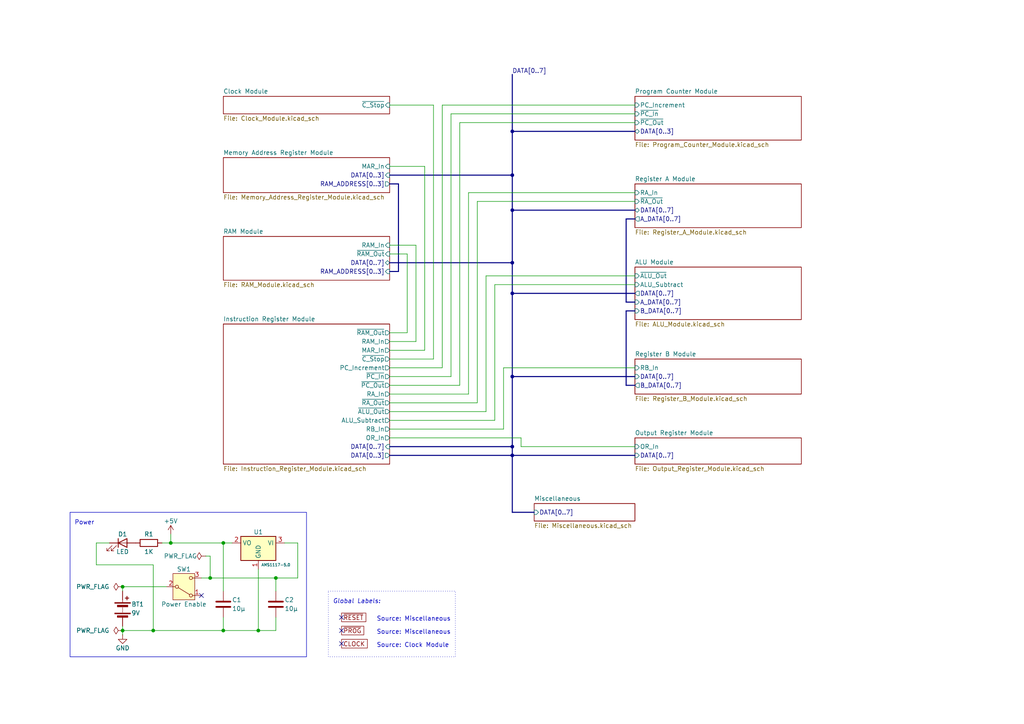
<source format=kicad_sch>
(kicad_sch (version 20231120) (generator "eeschema") (generator_version "8.0")
  (paper "A4")
  (title_block (title "8-Bit Computer") (date "2024-03-10") (rev "1") (comment 1 "Creator: Matan Brightbert"))
  (lib_symbols
    (symbol "Device:Battery" (pin_numbers hide) (pin_names (offset 0) hide)
      (property "Reference" "BT" (at 2.54 2.54 0))
      (property "Value" "Battery" (at 2.54 0 0))
      (symbol "Battery_0_1"
        (rectangle (start -2.286 -1.27) (end 2.286 -1.524) (fill (type outline)))
        (rectangle (start -2.286 1.778) (end 2.286 1.524) (fill (type outline)))
        (rectangle (start -1.524 -2.032) (end 1.524 -2.54) (fill (type outline)))
        (rectangle (start -1.524 1.016) (end 1.524 0.508) (fill (type outline)))
        (polyline (pts (xy 0 -1.016) (xy 0 -0.762)))
        (polyline (pts (xy 0 -0.508) (xy 0 -0.254)))
        (polyline (pts (xy 0 0) (xy 0 0.254)))
        (polyline (pts (xy 0 1.778) (xy 0 2.54)))
        (polyline (pts (xy 0.762 3.048) (xy 1.778 3.048)) (stroke (width 0.254)))
        (polyline (pts (xy 1.27 3.556) (xy 1.27 2.54)) (stroke (width 0.254)))
      )
      (symbol "Battery_1_1"
        (pin passive line (at 0 5.08 270) (length 2.54) (name "+") (number "1"))
        (pin passive line (at 0 -5.08 90) (length 2.54) (name "-") (number "2"))
      )
    )
    (symbol "Device:C" (pin_numbers hide) (pin_names (offset 0.254))
      (property "Reference" "C" (at 0.635 2.54 0))
      (property "Value" "C" (at 0.635 -2.54 0))
      (symbol "C_0_1"
        (polyline (pts (xy -2.032 -0.762) (xy 2.032 -0.762)) (stroke (width 0.508)))
        (polyline (pts (xy -2.032 0.762) (xy 2.032 0.762)) (stroke (width 0.508)))
      )
      (symbol "C_1_1"
        (pin passive line (at 0 3.81 270) (length 2.794) (name "~") (number "1"))
        (pin passive line (at 0 -3.81 90) (length 2.794) (name "~") (number "2"))
      )
    )
    (symbol "Device:LED" (pin_numbers hide) (pin_names (offset 1.016) hide)
      (property "Reference" "D" (at 0 2.54 0))
      (property "Value" "LED" (at 0 -2.54 0))
      (symbol "LED_0_1"
        (polyline (pts (xy -1.27 -1.27) (xy -1.27 1.27)) (stroke (width 0.254)))
        (polyline (pts (xy -1.27 0) (xy 1.27 0)))
        (polyline (pts (xy 1.27 -1.27) (xy 1.27 1.27) (xy -1.27 0) (xy 1.27 -1.27)) (stroke (width 0.254)))
        (polyline (pts (xy -3.048 -0.762) (xy -4.572 -2.286) (xy -3.81 -2.286) (xy -4.572 -2.286) (xy -4.572 -1.524)))
        (polyline (pts (xy -1.778 -0.762) (xy -3.302 -2.286) (xy -2.54 -2.286) (xy -3.302 -2.286) (xy -3.302 -1.524)))
      )
      (symbol "LED_1_1"
        (pin passive line (at -3.81 0 0) (length 2.54) (name "K") (number "1"))
        (pin passive line (at 3.81 0 180) (length 2.54) (name "A") (number "2"))
      )
    )
    (symbol "Device:R" (pin_numbers hide) (pin_names (offset 0))
      (property "Reference" "R" (at 2.032 0 90))
      (property "Value" "R" (at 0 0 90))
      (symbol "R_0_1"
        (rectangle (start -1.016 -2.54) (end 1.016 2.54) (stroke (width 0.254)))
      )
      (symbol "R_1_1"
        (pin passive line (at 0 3.81 270) (length 1.27) (name "~") (number "1"))
        (pin passive line (at 0 -3.81 90) (length 1.27) (name "~") (number "2"))
      )
    )
    (symbol "Regulator_Linear:AMS1117-5.0"
      (property "Reference" "U" (at -3.81 3.175 0))
      (property "Value" "AMS1117-5.0" (at 0 3.175 0))
      (symbol "AMS1117-5.0_0_1"
        (rectangle (start -5.08 -5.08) (end 5.08 1.905) (stroke (width 0.254)) (fill (type background)))
      )
      (symbol "AMS1117-5.0_1_1"
        (pin power_in line (at 0 -7.62 90) (length 2.54) (name "GND") (number "1"))
        (pin power_out line (at 7.62 0 180) (length 2.54) (name "VO") (number "2"))
        (pin power_in line (at -7.62 0 0) (length 2.54) (name "VI") (number "3"))
      )
    )
    (symbol "Switch:SW_SPDT" (pin_names (offset 0) hide)
      (property "Reference" "SW" (at 0 5.08 0))
      (property "Value" "SW_SPDT" (at 0 -5.08 0))
      (symbol "SW_SPDT_0_1"
        (circle (center -2.032 0) (radius 0.4572))
        (polyline (pts (xy -1.651 0.254) (xy 1.651 2.286)))
        (circle (center 2.032 -2.54) (radius 0.4572))
        (circle (center 2.032 2.54) (radius 0.4572))
      )
      (symbol "SW_SPDT_1_1"
        (rectangle (start -3.175 3.81) (end 3.175 -3.81) (fill (type background)))
        (pin passive line (at 5.08 2.54 180) (length 2.54) (name "A") (number "1"))
        (pin passive line (at -5.08 0 0) (length 2.54) (name "B") (number "2"))
        (pin passive line (at 5.08 -2.54 180) (length 2.54) (name "C") (number "3"))
      )
    )
    (symbol "power:+5V" (power) (pin_numbers hide) (pin_names (offset 0) hide)
      (property "Value" "+5V" (at 0 3.556 0))
      (symbol "+5V_0_1"
        (polyline (pts (xy -0.762 1.27) (xy 0 2.54)))
        (polyline (pts (xy 0 0) (xy 0 2.54)))
        (polyline (pts (xy 0 2.54) (xy 0.762 1.27)))
      )
      (symbol "+5V_1_1"
        (pin power_in line (at 0 0 90) (length 0) (name "~") (number "1"))
      )
    )
    (symbol "power:GND" (power) (pin_numbers hide) (pin_names (offset 0) hide)
      (property "Value" "GND" (at 0 -3.81 0))
      (symbol "GND_0_1"
        (polyline (pts (xy 0 0) (xy 0 -1.27) (xy 1.27 -1.27) (xy 0 -2.54) (xy -1.27 -1.27) (xy 0 -1.27)))
      )
      (symbol "GND_1_1"
        (pin power_in line (at 0 0 270) (length 0) (name "~") (number "1"))
      )
    )
    (symbol "power:PWR_FLAG" (power) (pin_numbers hide) (pin_names (offset 0) hide)
      (property "Value" "PWR_FLAG" (at 0 3.81 0))
      (symbol "PWR_FLAG_0_0"
        (pin power_out line (at 0 0 90) (length 0) (name "~") (number "1"))
      )
      (symbol "PWR_FLAG_0_1"
        (polyline (pts (xy 0 0) (xy 0 1.27) (xy -1.016 1.905) (xy 0 2.54) (xy 1.016 1.905) (xy 0 1.27)))
      )
    )
  )
  (junction (at 148.59 132.08))
  (junction (at 148.59 129.54))
  (junction (at 60.96 167.64))
  (junction (at 80.01 167.64))
  (junction (at 74.93 182.88))
  (junction (at 148.59 50.8))
  (junction (at 148.59 38.1))
  (junction (at 148.59 109.22))
  (junction (at 44.45 182.88))
  (junction (at 64.77 182.88))
  (junction (at 148.59 85.09))
  (junction (at 148.59 76.2))
  (junction (at 35.56 182.88))
  (junction (at 35.56 170.18))
  (junction (at 148.59 60.96))
  (junction (at 64.77 157.48))
  (junction (at 49.53 157.48))
  (no_connect (at 99.06 186.69))
  (no_connect (at 99.06 179.07))
  (no_connect (at 99.06 182.88))
  (no_connect (at 58.42 172.72))
  (wire (pts (xy 74.93 165.1) (xy 74.93 182.88)))
  (wire (pts (xy 113.03 111.76) (xy 133.35 111.76)))
  (bus (pts (xy 148.59 21.59) (xy 148.59 38.1)))
  (wire (pts (xy 135.89 55.88) (xy 184.15 55.88)))
  (wire (pts (xy 113.03 101.6) (xy 123.19 101.6)))
  (bus (pts (xy 113.03 132.08) (xy 148.59 132.08)))
  (wire (pts (xy 35.56 170.18) (xy 35.56 171.45)))
  (bus (pts (xy 113.03 78.74) (xy 115.57 78.74)))
  (wire (pts (xy 44.45 163.83) (xy 44.45 182.88)))
  (wire (pts (xy 64.77 182.88) (xy 74.93 182.88)))
  (wire (pts (xy 130.81 33.02) (xy 184.15 33.02)))
  (wire (pts (xy 60.96 167.64) (xy 80.01 167.64)))
  (wire (pts (xy 130.81 109.22) (xy 130.81 33.02)))
  (wire (pts (xy 113.03 99.06) (xy 120.65 99.06)))
  (wire (pts (xy 59.69 161.29) (xy 60.96 161.29)))
  (wire (pts (xy 135.89 114.3) (xy 135.89 55.88)))
  (bus (pts (xy 115.57 78.74) (xy 115.57 53.34)))
  (wire (pts (xy 31.75 157.48) (xy 27.94 157.48)))
  (wire (pts (xy 80.01 167.64) (xy 86.36 167.64)))
  (bus (pts (xy 148.59 50.8) (xy 148.59 60.96)))
  (wire (pts (xy 113.03 114.3) (xy 135.89 114.3)))
  (wire (pts (xy 49.53 157.48) (xy 64.77 157.48)))
  (wire (pts (xy 113.03 109.22) (xy 130.81 109.22)))
  (wire (pts (xy 35.56 181.61) (xy 35.56 182.88)))
  (bus (pts (xy 181.61 87.63) (xy 184.15 87.63)))
  (wire (pts (xy 146.05 106.68) (xy 184.15 106.68)))
  (bus (pts (xy 148.59 76.2) (xy 148.59 85.09)))
  (bus (pts (xy 184.15 63.5) (xy 181.61 63.5)))
  (wire (pts (xy 133.35 35.56) (xy 184.15 35.56)))
  (wire (pts (xy 27.94 157.48) (xy 27.94 163.83)))
  (wire (pts (xy 120.65 71.12) (xy 113.03 71.12)))
  (wire (pts (xy 138.43 116.84) (xy 138.43 58.42)))
  (bus (pts (xy 148.59 85.09) (xy 148.59 109.22)))
  (wire (pts (xy 113.03 116.84) (xy 138.43 116.84)))
  (wire (pts (xy 64.77 179.07) (xy 64.77 182.88)))
  (bus (pts (xy 148.59 85.09) (xy 184.15 85.09)))
  (wire (pts (xy 74.93 182.88) (xy 80.01 182.88)))
  (wire (pts (xy 113.03 73.66) (xy 118.11 73.66)))
  (bus (pts (xy 181.61 63.5) (xy 181.61 87.63)))
  (bus (pts (xy 115.57 53.34) (xy 113.03 53.34)))
  (wire (pts (xy 35.56 182.88) (xy 35.56 184.15)))
  (wire (pts (xy 120.65 99.06) (xy 120.65 71.12)))
  (wire (pts (xy 118.11 73.66) (xy 118.11 96.52)))
  (wire (pts (xy 143.51 82.55) (xy 184.15 82.55)))
  (bus (pts (xy 113.03 50.8) (xy 148.59 50.8)))
  (wire (pts (xy 86.36 167.64) (xy 86.36 157.48)))
  (bus (pts (xy 148.59 60.96) (xy 184.15 60.96)))
  (wire (pts (xy 35.56 170.18) (xy 48.26 170.18)))
  (bus (pts (xy 184.15 90.17) (xy 181.61 90.17)))
  (bus (pts (xy 113.03 129.54) (xy 148.59 129.54)))
  (wire (pts (xy 128.27 30.48) (xy 184.15 30.48)))
  (wire (pts (xy 49.53 154.94) (xy 49.53 157.48)))
  (bus (pts (xy 184.15 132.08) (xy 148.59 132.08)))
  (wire (pts (xy 146.05 124.46) (xy 146.05 106.68)))
  (bus (pts (xy 148.59 38.1) (xy 184.15 38.1)))
  (wire (pts (xy 113.03 104.14) (xy 125.73 104.14)))
  (bus (pts (xy 113.03 76.2) (xy 148.59 76.2)))
  (bus (pts (xy 148.59 109.22) (xy 148.59 129.54)))
  (wire (pts (xy 133.35 111.76) (xy 133.35 35.56)))
  (bus (pts (xy 181.61 111.76) (xy 184.15 111.76)))
  (wire (pts (xy 86.36 157.48) (xy 82.55 157.48)))
  (wire (pts (xy 44.45 182.88) (xy 64.77 182.88)))
  (wire (pts (xy 125.73 104.14) (xy 125.73 30.48)))
  (wire (pts (xy 46.99 157.48) (xy 49.53 157.48)))
  (wire (pts (xy 151.13 127) (xy 151.13 129.54)))
  (wire (pts (xy 64.77 171.45) (xy 64.77 157.48)))
  (wire (pts (xy 113.03 127) (xy 151.13 127)))
  (wire (pts (xy 140.97 119.38) (xy 140.97 80.01)))
  (wire (pts (xy 58.42 167.64) (xy 60.96 167.64)))
  (wire (pts (xy 113.03 106.68) (xy 128.27 106.68)))
  (wire (pts (xy 123.19 101.6) (xy 123.19 48.26)))
  (wire (pts (xy 80.01 182.88) (xy 80.01 179.07)))
  (bus (pts (xy 148.59 38.1) (xy 148.59 50.8)))
  (bus (pts (xy 148.59 60.96) (xy 148.59 76.2)))
  (wire (pts (xy 60.96 161.29) (xy 60.96 167.64)))
  (wire (pts (xy 128.27 106.68) (xy 128.27 30.48)))
  (wire (pts (xy 113.03 119.38) (xy 140.97 119.38)))
  (bus (pts (xy 148.59 129.54) (xy 148.59 132.08)))
  (wire (pts (xy 138.43 58.42) (xy 184.15 58.42)))
  (wire (pts (xy 125.73 30.48) (xy 113.03 30.48)))
  (bus (pts (xy 181.61 90.17) (xy 181.61 111.76)))
  (wire (pts (xy 123.19 48.26) (xy 113.03 48.26)))
  (bus (pts (xy 148.59 148.59) (xy 154.94 148.59)))
  (wire (pts (xy 27.94 163.83) (xy 44.45 163.83)))
  (bus (pts (xy 148.59 132.08) (xy 148.59 148.59)))
  (wire (pts (xy 118.11 96.52) (xy 113.03 96.52)))
  (wire (pts (xy 80.01 171.45) (xy 80.01 167.64)))
  (wire (pts (xy 143.51 121.92) (xy 143.51 82.55)))
  (wire (pts (xy 151.13 129.54) (xy 184.15 129.54)))
  (wire (pts (xy 113.03 121.92) (xy 143.51 121.92)))
  (wire (pts (xy 64.77 157.48) (xy 67.31 157.48)))
  (bus (pts (xy 148.59 109.22) (xy 184.15 109.22)))
  (wire (pts (xy 35.56 182.88) (xy 44.45 182.88)))
  (wire (pts (xy 113.03 124.46) (xy 146.05 124.46)))
  (wire (pts (xy 140.97 80.01) (xy 184.15 80.01)))
  (rectangle (start 95.25 171.45) (end 132.08 190.5) (stroke (width 0) (type dot)))
  (rectangle (start 20.32 148.59) (end 88.9 190.5))
  (text "Source: Clock Module" (at 109.22 187.96 0) (effects (font (size 1.27 1.27)) (justify left bottom)))
  (text "Power" (at 21.59 152.4 0) (effects (font (size 1.27 1.27)) (justify left bottom)))
  (text "Source: Miscellaneous" (at 109.22 184.15 0) (effects (font (size 1.27 1.27)) (justify left bottom)))
  (text "Global Labels:" (at 96.52 175.26 0) (effects (font (size 1.27 1.27) (italic yes)) (justify left bottom)))
  (text "Source: Miscellaneous" (at 109.22 180.34 0) (effects (font (size 1.27 1.27)) (justify left bottom)))
  (label "DATA[0..7]" (at 148.59 21.59 0))
  (global_label "CLOCK" (shape passive) (at 99.06 186.69 0) (property "Intersheetrefs" "${INTERSHEET_REFS}" (effects (hide yes))))
  (global_label "~{PROG}" (shape passive) (at 99.06 182.88 0) (property "Intersheetrefs" "${INTERSHEET_REFS}" (effects (hide yes))))
  (global_label "~{RESET}" (shape passive) (at 99.06 179.07 0) (property "Intersheetrefs" "${INTERSHEET_REFS}" (effects (hide yes))))
  (symbol (lib_id "Switch:SW_SPDT") (at 53.34 170.18 0) (mirror x) (unit 1)
    (property "Reference" "SW1" (at 53.34 165.1 0))
    (property "Value" "Power Enable" (at 53.34 175.26 0))
    (property "Footprint" "Custom:SW_SPDT" (effects (hide yes)))
    (property "Description" "Switch, single pole double throw" (effects (hide yes)))
  )
  (symbol (lib_id "Regulator_Linear:AMS1117-5.0") (at 74.93 157.48 0) (mirror y) (unit 1)
    (property "Reference" "U1" (at 74.93 154.305 0))
    (property "Value" "AMS1117-5.0" (at 80.01 163.83 0) (effects (font (size 0.8 0.8))))
    (property "Footprint" "Package_TO_SOT_SMD:SOT-223-3_TabPin2" (effects (hide yes)))
    (property "Datasheet" "http://www.advanced-monolithic.com/pdf/ds1117.pdf" (effects (hide yes)))
    (property "Description" "1A Low Dropout regulator, positive, 5.0V fixed output, SOT-223" (effects (hide yes)))
  )
  (symbol (lib_id "Device:R") (at 43.18 157.48 90) (unit 1)
    (property "Reference" "R1" (at 43.18 154.94 90))
    (property "Value" "1K" (at 43.18 160.02 90))
    (property "Footprint" "Resistor_THT:R_Axial_DIN0207_L6.3mm_D2.5mm_P7.62mm_Horizontal" (effects (hide yes)))
    (property "Description" "Resistor" (effects (hide yes)))
  )
  (symbol (lib_id "Device:C") (at 80.01 175.26 0) (unit 1)
    (property "Reference" "C2" (at 82.55 173.99 0) (effects (justify left)))
    (property "Value" "10µ" (at 82.55 176.53 0) (effects (justify left)))
    (property "Footprint" "Capacitor_THT:C_Radial_D4.0mm_H7.0mm_P1.50mm" (effects (hide yes)))
    (property "Description" "Unpolarized capacitor" (effects (hide yes)))
  )
  (symbol (lib_id "power:PWR_FLAG") (at 59.69 161.29 90) (unit 1)
    (property "Reference" "#FLG03" (effects (hide yes)))
    (property "Value" "PWR_FLAG" (at 57.15 161.29 90) (effects (justify left)))
    (property "Description" "Special symbol for telling ERC where power comes from" (effects (hide yes)))
  )
  (symbol (lib_id "power:+5V") (at 49.53 154.94 0) (mirror y) (unit 1)
    (property "Reference" "#PWR02" (effects (hide yes)))
    (property "Value" "+5V" (at 49.53 151.13 0))
    (property "Description" "Power symbol creates a global label with name \"+5V\"" (effects (hide yes)))
  )
  (symbol (lib_id "power:PWR_FLAG") (at 35.56 170.18 90) (unit 1)
    (property "Reference" "#FLG01" (effects (hide yes)))
    (property "Value" "PWR_FLAG" (at 31.75 170.1799 90) (effects (justify left)))
    (property "Description" "Special symbol for telling ERC where power comes from" (effects (hide yes)))
  )
  (symbol (lib_id "power:PWR_FLAG") (at 35.56 182.88 90) (unit 1)
    (property "Reference" "#FLG02" (effects (hide yes)))
    (property "Value" "PWR_FLAG" (at 31.75 182.8799 90) (effects (justify left)))
    (property "Description" "Special symbol for telling ERC where power comes from" (effects (hide yes)))
  )
  (symbol (lib_id "Device:LED") (at 35.56 157.48 0) (unit 1)
    (property "Reference" "D1" (at 35.56 154.94 0))
    (property "Value" "LED" (at 35.56 160.02 0))
    (property "Footprint" "LED_THT:LED_D3.0mm" (effects (hide yes)))
    (property "Description" "Light emitting diode" (effects (hide yes)))
  )
  (symbol (lib_id "Device:Battery") (at 35.56 176.53 0) (unit 1)
    (property "Reference" "BT1" (at 38.1 175.26 0) (effects (justify left)))
    (property "Value" "9V" (at 38.1 177.8 0) (effects (justify left)))
    (property "Footprint" "Battery:BatteryHolder_Eagle_12BH611-GR" (effects (hide yes)))
    (property "Description" "Multiple-cell battery" (effects (hide yes)))
  )
  (symbol (lib_id "power:GND") (at 35.56 184.15 0) (unit 1)
    (property "Reference" "#PWR01" (effects (hide yes)))
    (property "Value" "GND" (at 35.56 187.96 0))
    (property "Description" "Power symbol creates a global label with name \"GND\" , ground" (effects (hide yes)))
  )
  (symbol (lib_id "Device:C") (at 64.77 175.26 0) (unit 1)
    (property "Reference" "C1" (at 67.31 173.99 0) (effects (justify left)))
    (property "Value" "10µ" (at 67.31 176.53 0) (effects (justify left)))
    (property "Footprint" "Capacitor_THT:C_Radial_D4.0mm_H7.0mm_P1.50mm" (effects (hide yes)))
    (property "Description" "Unpolarized capacitor" (effects (hide yes)))
  )
  (sheet (at 64.77 93.98) (size 48.26 40.64) (stroke (width 0.1524))
    (property "Sheetname" "Instruction Register Module" (at 64.77 93.2684 0) (effects (justify left bottom)))
    (property "Sheetfile" "Instruction_Register_Module.kicad_sch" (at 64.77 135.2046 0) (effects (justify left top)))
    (pin "RA_In" output (at 113.03 114.3 0))
    (pin "RB_In" output (at 113.03 124.46 0))
    (pin "~{ALU_Out}" output (at 113.03 119.38 0))
    (pin "ALU_Subtract" output (at 113.03 121.92 0))
    (pin "~{PC_In}" output (at 113.03 109.22 0))
    (pin "~{C_Stop}" output (at 113.03 104.14 0))
    (pin "OR_In" output (at 113.03 127 0))
    (pin "~{PC_Out}" output (at 113.03 111.76 0))
    (pin "PC_Increment" output (at 113.03 106.68 0))
    (pin "RAM_In" output (at 113.03 99.06 0))
    (pin "MAR_In" output (at 113.03 101.6 0))
    (pin "~{RAM_Out}" output (at 113.03 96.52 0))
    (pin "~{RA_Out}" output (at 113.03 116.84 0))
    (pin "DATA[0..7]" input (at 113.03 129.54 0))
    (pin "DATA[0..3]" output (at 113.03 132.08 0))
  )
  (sheet (at 64.77 68.58) (size 48.26 12.7) (stroke (width 0.1524))
    (property "Sheetname" "RAM Module" (at 64.77 67.8684 0) (effects (justify left bottom)))
    (property "Sheetfile" "RAM_Module.kicad_sch" (at 64.77 81.8646 0) (effects (justify left top)))
    (pin "RAM_In" input (at 113.03 71.12 0))
    (pin "~{RAM_Out}" input (at 113.03 73.66 0))
    (pin "RAM_ADDRESS[0..3]" input (at 113.03 78.74 0))
    (pin "DATA[0..7]" bidirectional (at 113.03 76.2 0))
  )
  (sheet (at 64.77 45.72) (size 48.26 10.16) (stroke (width 0.1524))
    (property "Sheetname" "Memory Address Register Module" (at 64.77 45.0084 0) (effects (justify left bottom)))
    (property "Sheetfile" "Memory_Address_Register_Module.kicad_sch" (at 64.77 56.4646 0) (effects (justify left top)))
    (pin "MAR_In" input (at 113.03 48.26 0))
    (pin "RAM_ADDRESS[0..3]" output (at 113.03 53.34 0))
    (pin "DATA[0..3]" input (at 113.03 50.8 0))
  )
  (sheet (at 184.15 127) (size 48.26 7.62) (stroke (width 0.1524))
    (property "Sheetname" "Output Register Module" (at 184.15 126.2884 0) (effects (justify left bottom)))
    (property "Sheetfile" "Output_Register_Module.kicad_sch" (at 184.15 135.2046 0) (effects (justify left top)))
    (pin "OR_In" input (at 184.15 129.54 180))
    (pin "DATA[0..7]" input (at 184.15 132.08 180))
  )
  (sheet (at 184.15 77.47) (size 48.26 15.24) (stroke (width 0.1524))
    (property "Sheetname" "ALU Module" (at 184.15 76.7584 0) (effects (justify left bottom)))
    (property "Sheetfile" "ALU_Module.kicad_sch" (at 184.15 93.2946 0) (effects (justify left top)))
    (pin "~{ALU_Out}" input (at 184.15 80.01 180))
    (pin "ALU_Subtract" input (at 184.15 82.55 180))
    (pin "A_DATA[0..7]" input (at 184.15 87.63 180))
    (pin "DATA[0..7]" output (at 184.15 85.09 180))
    (pin "B_DATA[0..7]" input (at 184.15 90.17 180))
  )
  (sheet (at 184.15 104.14) (size 48.26 10.16) (stroke (width 0.1524))
    (property "Sheetname" "Register B Module" (at 184.15 103.4284 0) (effects (justify left bottom)))
    (property "Sheetfile" "Register_B_Module.kicad_sch" (at 184.15 114.8846 0) (effects (justify left top)))
    (pin "RB_In" input (at 184.15 106.68 180))
    (pin "B_DATA[0..7]" output (at 184.15 111.76 180))
    (pin "DATA[0..7]" input (at 184.15 109.22 180))
  )
  (sheet (at 154.94 146.05) (size 29.21 5.08) (stroke (width 0.1524))
    (property "Sheetname" "Miscellaneous" (at 154.94 145.3384 0) (effects (justify left bottom)))
    (property "Sheetfile" "Miscellaneous.kicad_sch" (at 154.94 151.7146 0) (effects (justify left top)))
    (pin "DATA[0..7]" input (at 154.94 148.59 180))
  )
  (sheet (at 64.77 27.94) (size 48.26 5.08) (stroke (width 0.1524))
    (property "Sheetname" "Clock Module" (at 64.77 27.2284 0) (effects (justify left bottom)))
    (property "Sheetfile" "Clock_Module.kicad_sch" (at 64.77 33.6046 0) (effects (justify left top)))
    (pin "~{C_Stop}" input (at 113.03 30.48 0))
  )
  (sheet (at 184.15 27.94) (size 48.26 12.7) (stroke (width 0.1524))
    (property "Sheetname" "Program Counter Module" (at 184.15 27.2284 0) (effects (justify left bottom)))
    (property "Sheetfile" "Program_Counter_Module.kicad_sch" (at 184.15 41.2246 0) (effects (justify left top)))
    (pin "PC_Increment" input (at 184.15 30.48 180))
    (pin "~{PC_In}" input (at 184.15 33.02 180))
    (pin "~{PC_Out}" input (at 184.15 35.56 180))
    (pin "DATA[0..3]" bidirectional (at 184.15 38.1 180))
  )
  (sheet (at 184.15 53.34) (size 48.26 12.7) (stroke (width 0.1524))
    (property "Sheetname" "Register A Module" (at 184.15 52.6284 0) (effects (justify left bottom)))
    (property "Sheetfile" "Register_A_Module.kicad_sch" (at 184.15 66.6246 0) (effects (justify left top)))
    (pin "RA_In" input (at 184.15 55.88 180))
    (pin "~{RA_Out}" input (at 184.15 58.42 180))
    (pin "A_DATA[0..7]" output (at 184.15 63.5 180))
    (pin "DATA[0..7]" bidirectional (at 184.15 60.96 180))
  )
)
</source>
